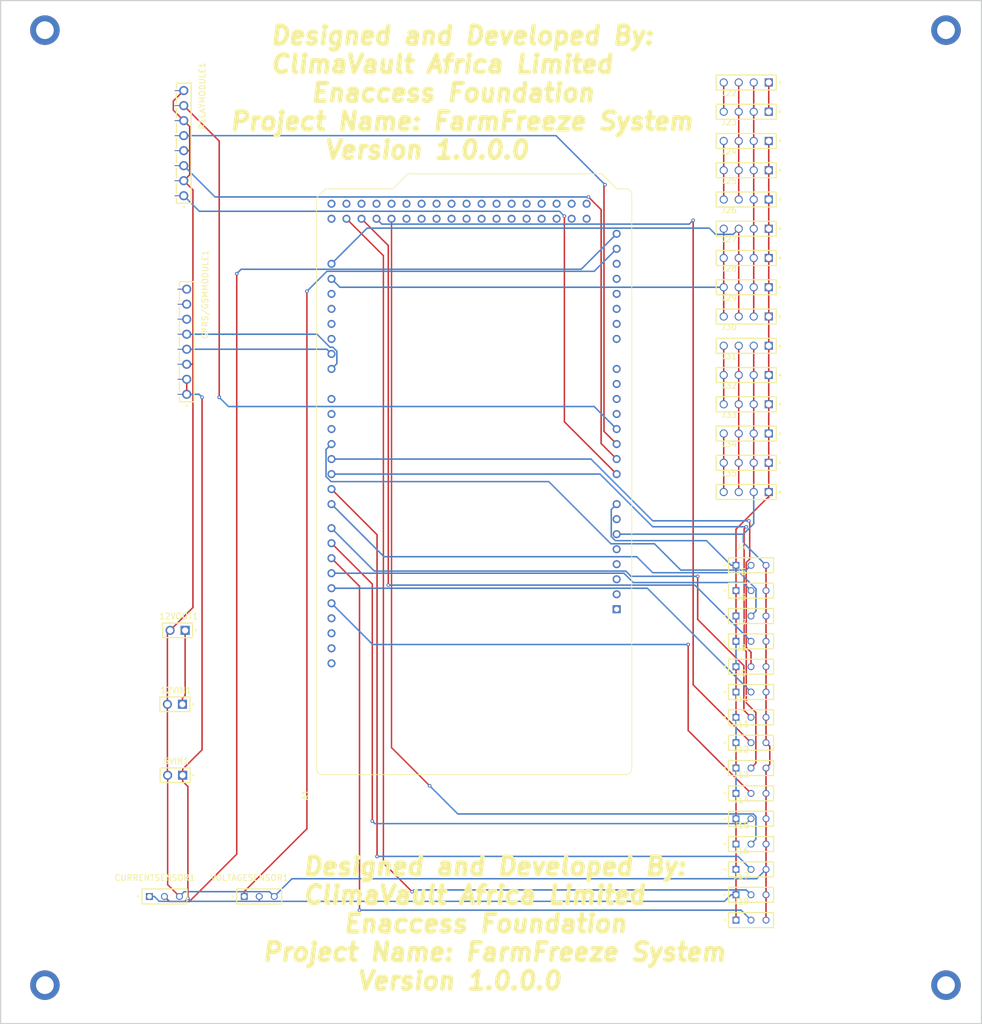
<source format=kicad_pcb>
(kicad_pcb (version 20241229) (generator "pcbnew") (generator_version "9.0")
  (layers (0 "F.Cu" signal) (2 "B.Cu" signal) (13 "F.Paste" user) (15 "B.Paste" user) (5 "F.SilkS" user "F.Silkscreen") (7 "B.SilkS" user "B.Silkscreen") (1 "F.Mask" user) (3 "B.Mask" user) (25 "Edge.Cuts" user))
  (property "SHEETTOTAL" "1")
  (net 0 "")
  (net 22 "Earth")
  (net 24 "+5V")
  (net 27 "+12V")
  (net 31 "/A1")
  (net 32 "Net-(A1-Pad20)")
  (net 35 "/A14")
  (net 39 "Net-(A1-Pad21)")
  (net 43 "Net-(A1-Pad14)")
  (net 46 "/A3")
  (net 49 "/A15")
  (net 54 "/A0")
  (net 70 "/A2")
  (net 72 "Net-(A1-Pad15)")
  (net 76 "/PIN 3")
  (net 77 "/PIN 11")
  (net 78 "/PIN 7")
  (net 79 "/PIN 15")
  (net 80 "/PIN 4")
  (net 81 "/PIN 12")
  (net 82 "/PIN 8")
  (net 83 "/PIN 16")
  (net 84 "/PIN 5")
  (net 85 "/PIN 13")
  (net 86 "/PIN 9")
  (net 87 "/PIN 17")
  (net 88 "/PIN 6")
  (net 89 "/PIN 14")
  (net 90 "/PIN 10")
  (footprint "MTSW-104-08-G-S-335:SAMTEC_MTSW-104-08-G-S-335" (layer "F.Cu") (at 143.19 33.2957)
    (property "Reference" "J22")
    (property "Value" "MTSW-104-08-G-S-335")
  )
  (footprint "MTLW-108-05-G-S-265:SAMTEC_MTLW-108-05-G-S-265" (layer "F.Cu") (at 48.5 72.19 -90)
    (property "Reference" "GPRS/GSMMODULE1")
    (property "Value" "MTLW-108-05-G-S-265")
  )
  (footprint "MTSW-104-08-G-S-335:SAMTEC_MTSW-104-08-G-S-335" (layer "F.Cu") (at 143.19 67.9257)
    (property "Reference" "J29")
    (property "Value" "MTSW-104-08-G-S-335")
  )
  (footprint "TS-103-T-A-1:SAMTEC_TS-103-T-A-1" (layer "F.Cu") (at 144 144.2857)
    (property "Reference" "J12")
    (property "Value" "TS-103-T-A-1")
  )
  (footprint "MTSW-104-08-G-S-335:SAMTEC_MTSW-104-08-G-S-335" (layer "F.Cu") (at 143.19 43.19)
    (property "Reference" "J24")
    (property "Value" "MTSW-104-08-G-S-335")
  )
  (footprint "MTSW-104-08-G-S-335:SAMTEC_MTSW-104-08-G-S-335" (layer "F.Cu") (at 143.19 92.6614)
    (property "Reference" "J34")
    (property "Value" "MTSW-104-08-G-S-335")
  )
  (footprint "TS-103-T-A-1:SAMTEC_TS-103-T-A-1" (layer "F.Cu") (at 44.73 166)
    (property "Reference" "CURRENTSENSOR1")
    (property "Value" "TS-103-T-A-1")
  )
  (footprint "MTSW-104-08-G-S-335:SAMTEC_MTSW-104-08-G-S-335" (layer "F.Cu") (at 143.19 48.1371)
    (property "Reference" "J25")
    (property "Value" "MTSW-104-08-G-S-335")
  )
  (footprint "HMTSW-102-X-X-S-X:SAMTEC_HMTSW-102-X-X-S-X" (layer "F.Cu") (at 46.96 121)
    (property "Reference" "12VOUT1")
    (property "Value" "HMTSW-102-X-X-S-X")
  )
  (footprint "MTSW-104-08-G-S-335:SAMTEC_MTSW-104-08-G-S-335" (layer "F.Cu") (at 143.19 97.6086)
    (property "Reference" "J35")
    (property "Value" "MTSW-104-08-G-S-335")
  )
  (footprint "MTSW-104-08-G-S-335:SAMTEC_MTSW-104-08-G-S-335" (layer "F.Cu") (at 143.19 28.3486)
    (property "Reference" "J21" (hide yes))
    (property "Value" "MTSW-104-08-G-S-335")
  )
  (footprint "TS-103-T-A-1:SAMTEC_TS-103-T-A-1" (layer "F.Cu") (at 144 165.7143)
    (property "Reference" "J17")
    (property "Value" "TS-103-T-A-1")
  )
  (footprint "HMTSW-102-X-X-S-X:SAMTEC_HMTSW-102-X-X-S-X" (layer "F.Cu") (at 46.5 133.5)
    (property "Reference" "12VIN1")
    (property "Value" "HMTSW-102-X-X-S-X")
  )
  (footprint "MTSW-104-08-G-S-335:SAMTEC_MTSW-104-08-G-S-335" (layer "F.Cu") (at 143.19 77.82)
    (property "Reference" "J31")
    (property "Value" "MTSW-104-08-G-S-335")
  )
  (footprint "TS-103-T-A-1:SAMTEC_TS-103-T-A-1" (layer "F.Cu") (at 144 157.1429)
    (property "Reference" "J15")
    (property "Value" "TS-103-T-A-1")
  )
  (footprint "MTSW-104-08-G-S-335:SAMTEC_MTSW-104-08-G-S-335" (layer "F.Cu") (at 143.19 82.7671)
    (property "Reference" "J32")
    (property "Value" "MTSW-104-08-G-S-335")
  )
  (footprint "HMTSW-102-X-X-S-X:SAMTEC_HMTSW-102-X-X-S-X" (layer "F.Cu") (at 46.54 145.5)
    (property "Reference" "5VIN1")
    (property "Value" "HMTSW-102-X-X-S-X")
  )
  (footprint "A000067:MODULE_A000067" (layer "F.Cu") (at 97.1428 94.6016 90)
    (property "Reference" "A1")
    (property "Value" "A000067")
  )
  (footprint "TS-103-T-A-1:SAMTEC_TS-103-T-A-1" (layer "F.Cu") (at 144 161.4286)
    (property "Reference" "J16")
    (property "Value" "TS-103-T-A-1")
  )
  (footprint "MTSW-104-08-G-S-335:SAMTEC_MTSW-104-08-G-S-335" (layer "F.Cu") (at 143.19 62.9786)
    (property "Reference" "J28")
    (property "Value" "MTSW-104-08-G-S-335")
  )
  (footprint "MTSW-104-08-G-S-335:SAMTEC_MTSW-104-08-G-S-335" (layer "F.Cu") (at 143.19 87.7143)
    (property "Reference" "J33")
    (property "Value" "MTSW-104-08-G-S-335")
  )
  (footprint "TS-103-T-A-1:SAMTEC_TS-103-T-A-1" (layer "F.Cu") (at 144 135.7143)
    (property "Reference" "J10")
    (property "Value" "TS-103-T-A-1")
  )
  (footprint "TS-103-T-A-1:SAMTEC_TS-103-T-A-1" (layer "F.Cu") (at 144 127.1429)
    (property "Reference" "J8")
    (property "Value" "TS-103-T-A-1")
  )
  (footprint "MTSW-104-08-G-S-335:SAMTEC_MTSW-104-08-G-S-335" (layer "F.Cu") (at 143.19 72.8729)
    (property "Reference" "J30")
    (property "Value" "MTSW-104-08-G-S-335")
  )
  (footprint "TS-103-T-A-1:SAMTEC_TS-103-T-A-1" (layer "F.Cu") (at 144 140)
    (property "Reference" "J11")
    (property "Value" "TS-103-T-A-1")
  )
  (footprint "MTSW-104-08-G-S-335:SAMTEC_MTSW-104-08-G-S-335" (layer "F.Cu") (at 143.19 53.0843)
    (property "Reference" "J26")
    (property "Value" "MTSW-104-08-G-S-335")
  )
  (footprint "MTSW-104-08-G-S-335:SAMTEC_MTSW-104-08-G-S-335" (layer "F.Cu") (at 143.19 38.2429)
    (property "Reference" "J23")
    (property "Value" "MTSW-104-08-G-S-335")
  )
  (footprint "TS-103-T-A-1:SAMTEC_TS-103-T-A-1" (layer "F.Cu") (at 144 114.2857)
    (property "Reference" "J5")
    (property "Value" "TS-103-T-A-1")
  )
  (footprint "TS-103-T-A-1:SAMTEC_TS-103-T-A-1" (layer "F.Cu") (at 144 152.8571)
    (property "Reference" "J14")
    (property "Value" "TS-103-T-A-1")
  )
  (footprint "MTSW-104-08-G-S-335:SAMTEC_MTSW-104-08-G-S-335" (layer "F.Cu") (at 143.19 58.0314)
    (property "Reference" "J27")
    (property "Value" "MTSW-104-08-G-S-335")
  )
  (footprint "TS-103-T-A-1:SAMTEC_TS-103-T-A-1" (layer "F.Cu") (at 60.77 166)
    (property "Reference" "VOLTAGESENSOR1")
    (property "Value" "TS-103-T-A-1")
  )
  (footprint "TS-103-T-A-1:SAMTEC_TS-103-T-A-1" (layer "F.Cu") (at 144 131.4286)
    (property "Reference" "J9")
    (property "Value" "TS-103-T-A-1")
  )
  (footprint "TS-103-T-A-1:SAMTEC_TS-103-T-A-1" (layer "F.Cu") (at 144 122.8571)
    (property "Reference" "J7")
    (property "Value" "TS-103-T-A-1")
  )
  (footprint "TS-103-T-A-1:SAMTEC_TS-103-T-A-1" (layer "F.Cu") (at 144 170)
    (property "Reference" "J18")
    (property "Value" "TS-103-T-A-1")
  )
  (footprint "TS-103-T-A-1:SAMTEC_TS-103-T-A-1" (layer "F.Cu") (at 144 118.5714)
    (property "Reference" "J6")
    (property "Value" "TS-103-T-A-1")
  )
  (footprint "MTLW-108-05-G-S-265:SAMTEC_MTLW-108-05-G-S-265" (layer "F.Cu") (at 48 38.61 -90)
    (property "Reference" "RELAYMODULE1")
    (property "Value" "MTLW-108-05-G-S-265")
  )
  (footprint "TS-103-T-A-1:SAMTEC_TS-103-T-A-1" (layer "F.Cu") (at 144 148.5714)
    (property "Reference" "J13")
    (property "Value" "TS-103-T-A-1")
  )
  (footprint "TS-103-T-A-1:SAMTEC_TS-103-T-A-1" (layer "F.Cu") (at 144 110)
    (property "Reference" "J4")
    (property "Value" "TS-103-T-A-1")
  )
  (gr_line (start 17 187.5) (end 17 14.5) (stroke (width 0.2)) (layer "Edge.Cuts"))
  (gr_line (start 17 14.5) (end 183 14.5) (stroke (width 0.2)) (layer "Edge.Cuts"))
  (gr_line (start 19.5 187.5) (end 17 187.5) (stroke (width 0.2)) (layer "Edge.Cuts"))
  (gr_line (start 183 14.5) (end 183 187.5) (stroke (width 0.2)) (layer "Edge.Cuts"))
  (gr_line (start 183 187.5) (end 19.5 187.5) (stroke (width 0.2)) (layer "Edge.Cuts"))
  (gr_text "   Designed and Developed By:\n   ClimaVault Africa Limited\n      Enaccess Foundation\nProject Name: FarmFreeze System\n       Version 1.0.0.0" (at 55.5 41.5 0) (layer "F.SilkS") (effects (font (size 3 3) (thickness 0.75) (bold yes) (italic yes)) (justify left bottom)))
  (gr_text "   Designed and Developed By:\n   ClimaVault Africa Limited\n      Enaccess Foundation\nProject Name: FarmFreeze System\n       Version 1.0.0.0" (at 61 182 0) (layer "F.SilkS") (effects (font (size 3 3) (thickness 0.75) (bold yes) (italic yes)) (justify left bottom)))
  (via (at 177 19.5) (size 5) (drill 3) (layers "F.Cu" "B.Cu") (net 0))
  (via (at 24.5 19.5) (size 5) (drill 3) (layers "F.Cu" "B.Cu") (net 0))
  (via (at 177 181) (size 5) (drill 3) (layers "F.Cu" "B.Cu") (net 0))
  (via (at 24.5 181) (size 5) (drill 3) (layers "F.Cu" "B.Cu") (net 0))
  (segment (start 146.54 114.2857) (end 146.54 118.5714) (width 0.25) (layer "F.Cu") (net 22))
  (segment (start 146.54 157.1429) (end 146.54 152.8571) (width 0.25) (layer "F.Cu") (net 22))
  (segment (start 144.46 67.9257) (end 144.46 62.9786) (width 0.25) (layer "F.Cu") (net 22))
  (segment (start 48 44.96) (end 48.9989 43.9611) (width 0.25) (layer "F.Cu") (net 22))
  (segment (start 45.23 133.5) (end 45.23 121.46) (width 0.25) (layer "F.Cu") (net 22))
  (segment (start 144.46 82.7671) (end 144.46 77.82) (width 0.25) (layer "F.Cu") (net 22))
  (segment (start 48 44.96) (end 49.5498 46.5098) (width 0.25) (layer "F.Cu") (net 22))
  (segment (start 45.27 145.5) (end 45.27 164) (width 0.25) (layer "F.Cu") (net 22))
  (segment (start 144.46 87.7143) (end 144.46 92.6614) (width 0.25) (layer "F.Cu") (net 22))
  (segment (start 49.5498 46.5098) (end 49.5498 76) (width 0.25) (layer "F.Cu") (net 22))
  (segment (start 146.54 137.8571) (end 146.54 140) (width 0.25) (layer "F.Cu") (net 22))
  (segment (start 146.54 118.5714) (end 146.54 122.8571) (width 0.25) (layer "F.Cu") (net 22))
  (segment (start 48.9989 39.88) (end 48 39.88) (width 0.25) (layer "F.Cu") (net 22))
  (segment (start 144.46 33.2957) (end 144.46 32.1596) (width 0.25) (layer "F.Cu") (net 22))
  (segment (start 49.5498 76) (end 49.5498 117.1402) (width 0.25) (layer "F.Cu") (net 22))
  (segment (start 48.9989 35.7989) (end 48 34.8) (width 0.25) (layer "F.Cu") (net 22))
  (segment (start 146.54 137.8571) (end 146.54 139.9734) (width 0.25) (layer "F.Cu") (net 22))
  (segment (start 144.46 48.1371) (end 144.46 43.19) (width 0.25) (layer "F.Cu") (net 22))
  (segment (start 144.46 87.7143) (end 144.46 82.7671) (width 0.25) (layer "F.Cu") (net 22))
  (segment (start 144.46 32.1596) (end 144.46 28.3486) (width 0.25) (layer "F.Cu") (net 22))
  (segment (start 147.1778 143.6479) (end 146.54 144.2857) (width 0.25) (layer "F.Cu") (net 22))
  (segment (start 45.27 164) (end 47.27 166) (width 0.25) (layer "F.Cu") (net 22))
  (segment (start 144.46 32.1596) (end 144.46 38.2429) (width 0.25) (layer "F.Cu") (net 22))
  (segment (start 45.23 145.46) (end 45.23 133.5) (width 0.25) (layer "F.Cu") (net 22))
  (segment (start 146.54 135.7143) (end 146.54 137.8571) (width 0.25) (layer "F.Cu") (net 22))
  (segment (start 144.46 58.0314) (end 144.46 62.9786) (width 0.25) (layer "F.Cu") (net 22))
  (segment (start 146.54 139.9734) (end 147.1778 140.6112) (width 0.25) (layer "F.Cu") (net 22))
  (segment (start 144.46 97.6086) (end 144.46 92.6614) (width 0.25) (layer "F.Cu") (net 22))
  (segment (start 144.46 72.8729) (end 144.46 77.82) (width 0.25) (layer "F.Cu") (net 22))
  (segment (start 46.233 33.033) (end 46.233 31.487) (width 0.25) (layer "F.Cu") (net 22))
  (segment (start 48.9989 39.88) (end 48.9989 35.7989) (width 0.25) (layer "F.Cu") (net 22))
  (segment (start 144.46 38.2429) (end 144.46 43.19) (width 0.25) (layer "F.Cu") (net 22))
  (segment (start 146.54 127.1429) (end 146.54 131.4286) (width 0.25) (layer "F.Cu") (net 22))
  (segment (start 48.9989 43.9611) (end 48.9989 39.88) (width 0.25) (layer "F.Cu") (net 22))
  (segment (start 144.46 48.1371) (end 144.46 53.0843) (width 0.25) (layer "F.Cu") (net 22))
  (segment (start 49.5498 76) (end 48.5 76) (width 0.25) (layer "F.Cu") (net 22))
  (segment (start 45.27 145.5) (end 45.23 145.46) (width 0.25) (layer "F.Cu") (net 22))
  (segment (start 146.54 114.2857) (end 146.54 110) (width 0.25) (layer "F.Cu") (net 22))
  (segment (start 146.54 135.7143) (end 146.54 131.4286) (width 0.25) (layer "F.Cu") (net 22))
  (segment (start 146.54 157.1429) (end 146.54 161.4286) (width 0.25) (layer "F.Cu") (net 22))
  (segment (start 49.5498 117.1402) (end 45.69 121) (width 0.25) (layer "F.Cu") (net 22))
  (segment (start 144.46 53.0843) (end 144.46 58.0314) (width 0.25) (layer "F.Cu") (net 22))
  (segment (start 146.54 144.2857) (end 146.54 148.5714) (width 0.25) (layer "F.Cu") (net 22))
  (segment (start 46.233 31.487) (end 48 29.72) (width 0.25) (layer "F.Cu") (net 22))
  (segment (start 146.54 122.8571) (end 146.54 127.1429) (width 0.25) (layer "F.Cu") (net 22))
  (segment (start 45.23 121.46) (end 45.69 121) (width 0.25) (layer "F.Cu") (net 22))
  (segment (start 146.54 170) (end 146.54 165.7143) (width 0.25) (layer "F.Cu") (net 22))
  (segment (start 146.54 161.4286) (end 146.54 165.7143) (width 0.25) (layer "F.Cu") (net 22))
  (segment (start 147.1778 140.6112) (end 147.1778 143.6479) (width 0.25) (layer "F.Cu") (net 22))
  (segment (start 146.54 152.8571) (end 146.54 148.5714) (width 0.25) (layer "F.Cu") (net 22))
  (segment (start 48 34.8) (end 46.233 33.033) (width 0.25) (layer "F.Cu") (net 22))
  (segment (start 141.3277 104.736) (end 142.6969 104.736) (width 0.25) (layer "B.Cu") (net 22))
  (segment (start 66.3072 163.0028) (end 144.9658 163.0028) (width 0.25) (layer "B.Cu") (net 22))
  (segment (start 141.276 104.736) (end 141.3277 104.736) (width 0.25) (layer "B.Cu") (net 22))
  (segment (start 48.0781 165.1919) (end 47.27 166) (width 0.25) (layer "B.Cu") (net 22))
  (segment (start 63.31 166) (end 62.5019 165.1919) (width 0.25) (layer "B.Cu") (net 22))
  (segment (start 62.5019 165.1919) (end 48.0781 165.1919) (width 0.25) (layer "B.Cu") (net 22))
  (segment (start 144.46 102.9729) (end 144.46 97.6086) (width 0.25) (layer "B.Cu") (net 22))
  (segment (start 142.6969 106.1569) (end 146.54 110) (width 0.25) (layer "B.Cu") (net 22))
  (segment (start 142.6969 104.736) (end 142.6969 106.1569) (width 0.25) (layer "B.Cu") (net 22))
  (segment (start 144.9658 163.0028) (end 146.54 161.4286) (width 0.25) (layer "B.Cu") (net 22))
  (segment (start 142.6969 104.736) (end 144.46 102.9729) (width 0.25) (layer "B.Cu") (net 22))
  (segment (start 63.31 166) (end 66.3072 163.0028) (width 0.25) (layer "B.Cu") (net 22))
  (segment (start 121.26 104.736) (end 141.276 104.736) (width 0.25) (layer "B.Cu") (net 22))
  (segment (start 147 82.7671) (end 147 77.82) (width 0.25) (layer "F.Cu") (net 24))
  (segment (start 147 72.8729) (end 147 77.82) (width 0.25) (layer "F.Cu") (net 24))
  (segment (start 141.46 103.8996) (end 141.46 110) (width 0.25) (layer "F.Cu") (net 24))
  (segment (start 141.46 135.7143) (end 141.46 131.4286) (width 0.25) (layer "F.Cu") (net 24))
  (segment (start 47.81 145.5) (end 47.81 144.485) (width 0.25) (layer "F.Cu") (net 24))
  (segment (start 48.5 78.54) (end 48.5 81.08) (width 0.25) (layer "F.Cu") (net 24))
  (segment (start 147 38.2429) (end 147 43.19) (width 0.25) (layer "F.Cu") (net 24))
  (segment (start 141.46 157.1429) (end 141.46 161.4286) (width 0.25) (layer "F.Cu") (net 24))
  (segment (start 147 48.1371) (end 147 43.19) (width 0.25) (layer "F.Cu") (net 24))
  (segment (start 147 62.9786) (end 147 58.0314) (width 0.25) (layer "F.Cu") (net 24))
  (segment (start 147 97.6086) (end 147 98.5436) (width 0.25) (layer "F.Cu") (net 24))
  (segment (start 147 87.7143) (end 147 82.7671) (width 0.25) (layer "F.Cu") (net 24))
  (segment (start 141.46 127.1429) (end 141.46 131.4286) (width 0.25) (layer "F.Cu") (net 24))
  (segment (start 51.0948 141.2002) (end 47.81 144.485) (width 0.25) (layer "F.Cu") (net 24))
  (segment (start 146.816 98.5436) (end 141.46 103.8996) (width 0.25) (layer "F.Cu") (net 24))
  (segment (start 48.6976 166.322) (end 48.6976 147.4026) (width 0.25) (layer "F.Cu") (net 24))
  (segment (start 48.6976 147.4026) (end 47.81 146.515) (width 0.25) (layer "F.Cu") (net 24))
  (segment (start 141.46 118.5714) (end 141.46 122.8571) (width 0.25) (layer "F.Cu") (net 24))
  (segment (start 147 98.5436) (end 146.816 98.5436) (width 0.25) (layer "F.Cu") (net 24))
  (segment (start 147 67.9257) (end 147 72.8729) (width 0.25) (layer "F.Cu") (net 24))
  (segment (start 141.46 152.8571) (end 141.46 148.5714) (width 0.25) (layer "F.Cu") (net 24))
  (segment (start 147 48.1371) (end 147 53.0843) (width 0.25) (layer "F.Cu") (net 24))
  (segment (start 141.46 114.2857) (end 141.46 110) (width 0.25) (layer "F.Cu") (net 24))
  (segment (start 141.46 157.1429) (end 141.46 152.8571) (width 0.25) (layer "F.Cu") (net 24))
  (segment (start 147 87.7143) (end 147 92.6614) (width 0.25) (layer "F.Cu") (net 24))
  (segment (start 141.46 165.7143) (end 141.46 161.4286) (width 0.25) (layer "F.Cu") (net 24))
  (segment (start 47.81 145.5) (end 47.81 146.515) (width 0.25) (layer "F.Cu") (net 24))
  (segment (start 147 67.9257) (end 147 62.9786) (width 0.25) (layer "F.Cu") (net 24))
  (segment (start 147 97.6086) (end 147 92.6614) (width 0.25) (layer "F.Cu") (net 24))
  (segment (start 141.46 165.7143) (end 141.46 170) (width 0.25) (layer "F.Cu") (net 24))
  (segment (start 51.0948 81.5863) (end 51.0948 141.2002) (width 0.25) (layer "F.Cu") (net 24))
  (segment (start 141.46 144.2857) (end 141.46 140) (width 0.25) (layer "F.Cu") (net 24))
  (segment (start 147 28.3486) (end 147 33.2957) (width 0.25) (layer "F.Cu") (net 24))
  (segment (start 141.46 118.5714) (end 141.46 114.2857) (width 0.25) (layer "F.Cu") (net 24))
  (segment (start 147 58.0314) (end 147 53.0843) (width 0.25) (layer "F.Cu") (net 24))
  (via (at 48.6976 166.322) (size 0.6) (drill 0.3) (layers "F.Cu" "B.Cu") (net 24))
  (via (at 51.0948 81.5863) (size 0.6) (drill 0.3) (layers "F.Cu" "B.Cu") (net 24))
  (segment (start 60.77 166.8314) (end 139.5115 166.8314) (width 0.25) (layer "B.Cu") (net 24))
  (segment (start 136.4596 105.831) (end 140.6286 110) (width 0.25) (layer "B.Cu") (net 24))
  (segment (start 50.5885 81.08) (end 51.0948 81.5863) (width 0.25) (layer "B.Cu") (net 24))
  (segment (start 48.5 81.08) (end 50.5885 81.08) (width 0.25) (layer "B.Cu") (net 24))
  (segment (start 141.46 122.8571) (end 141.46 127.1429) (width 0.25) (layer "B.Cu") (net 24))
  (segment (start 60.77 166) (end 60.77 166.8314) (width 0.25) (layer "B.Cu") (net 24))
  (segment (start 43.8528 166.8314) (end 43.0214 166) (width 0.25) (layer "B.Cu") (net 24))
  (segment (start 139.5115 166.8314) (end 140.6286 165.7143) (width 0.25) (layer "B.Cu") (net 24))
  (segment (start 120.3534 100.5626) (end 120.3534 105.1345) (width 0.25) (layer "B.Cu") (net 24))
  (segment (start 141.46 165.7143) (end 140.6286 165.7143) (width 0.25) (layer "B.Cu") (net 24))
  (segment (start 42.19 166) (end 43.0214 166) (width 0.25) (layer "B.Cu") (net 24))
  (segment (start 48.6976 166.322) (end 49.207 166.8314) (width 0.25) (layer "B.Cu") (net 24))
  (segment (start 48.6976 166.322) (end 48.1882 166.8314) (width 0.25) (layer "B.Cu") (net 24))
  (segment (start 141.46 110) (end 140.6286 110) (width 0.25) (layer "B.Cu") (net 24))
  (segment (start 141.46 144.2857) (end 141.46 148.5714) (width 0.25) (layer "B.Cu") (net 24))
  (segment (start 120.3534 105.1345) (end 121.0499 105.831) (width 0.25) (layer "B.Cu") (net 24))
  (segment (start 49.207 166.8314) (end 60.77 166.8314) (width 0.25) (layer "B.Cu") (net 24))
  (segment (start 48.1882 166.8314) (end 43.8528 166.8314) (width 0.25) (layer "B.Cu") (net 24))
  (segment (start 141.46 135.7143) (end 141.46 140) (width 0.25) (layer "B.Cu") (net 24))
  (segment (start 121.0499 105.831) (end 136.4596 105.831) (width 0.25) (layer "B.Cu") (net 24))
  (segment (start 121.26 99.656) (end 120.3534 100.5626) (width 0.25) (layer "B.Cu") (net 24))
  (segment (start 47.77 132.485) (end 48.23 132.025) (width 0.25) (layer "F.Cu") (net 27))
  (segment (start 48.23 132.025) (end 48.23 121) (width 0.25) (layer "F.Cu") (net 27))
  (segment (start 47.77 133.5) (end 47.77 132.485) (width 0.25) (layer "F.Cu") (net 27))
  (segment (start 118.6367 49.8547) (end 116.4924 47.7104) (width 0.25) (layer "F.Cu") (net 31))
  (segment (start 121.26 92.036) (end 118.6367 89.4127) (width 0.25) (layer "F.Cu") (net 31))
  (segment (start 118.6367 89.4127) (end 118.6367 49.8547) (width 0.25) (layer "F.Cu") (net 31))
  (via (at 116.4924 47.7104) (size 0.6) (drill 0.3) (layers "F.Cu" "B.Cu") (net 31))
  (segment (start 53.2904 47.7104) (end 116.4924 47.7104) (width 0.25) (layer "B.Cu") (net 31))
  (segment (start 48 42.42) (end 53.2904 47.7104) (width 0.25) (layer "B.Cu") (net 31))
  (segment (start 139.38 43.19) (end 139.38 38.2429) (width 0.25) (layer "F.Cu") (net 32))
  (segment (start 139.38 62.9786) (end 139.38 58.0314) (width 0.25) (layer "F.Cu") (net 32))
  (segment (start 139.38 92.6614) (end 139.38 87.7143) (width 0.25) (layer "F.Cu") (net 32))
  (segment (start 139.38 97.6086) (end 139.38 92.6614) (width 0.25) (layer "F.Cu") (net 32))
  (segment (start 139.38 72.8729) (end 139.38 77.82) (width 0.25) (layer "F.Cu") (net 32))
  (segment (start 139.38 33.2957) (end 139.38 28.3486) (width 0.25) (layer "F.Cu") (net 32))
  (segment (start 139.38 48.1371) (end 139.38 43.19) (width 0.25) (layer "F.Cu") (net 32))
  (segment (start 139.38 82.7671) (end 139.38 77.82) (width 0.25) (layer "F.Cu") (net 32))
  (segment (start 139.38 62.9786) (end 139.38 67.9257) (width 0.25) (layer "F.Cu") (net 32))
  (segment (start 139.38 58.0314) (end 139.38 53.0843) (width 0.25) (layer "F.Cu") (net 32))
  (segment (start 73 61.556) (end 74.4226 62.9786) (width 0.25) (layer "B.Cu") (net 32))
  (segment (start 74.4226 62.9786) (end 139.38 62.9786) (width 0.25) (layer "B.Cu") (net 32))
  (segment (start 68.8383 63.6685) (end 68.8383 154.5603) (width 0.25) (layer "F.Cu") (net 35))
  (segment (start 58.23 166) (end 58.23 165.1686) (width 0.25) (layer "F.Cu") (net 35))
  (segment (start 68.8383 154.5603) (end 58.23 165.1686) (width 0.25) (layer "F.Cu") (net 35))
  (via (at 68.8383 63.6685) (size 0.6) (drill 0.3) (layers "F.Cu" "B.Cu") (net 35))
  (segment (start 117.4485 60.2875) (end 121.26 56.476) (width 0.25) (layer "B.Cu") (net 35))
  (segment (start 72.2193 60.2875) (end 117.4485 60.2875) (width 0.25) (layer "B.Cu") (net 35))
  (segment (start 68.8383 63.6685) (end 72.2193 60.2875) (width 0.25) (layer "B.Cu") (net 35))
  (segment (start 141.92 53.0843) (end 141.92 58.0314) (width 0.25) (layer "F.Cu") (net 39))
  (segment (start 141.92 38.2429) (end 141.92 43.19) (width 0.25) (layer "F.Cu") (net 39))
  (segment (start 141.92 48.1371) (end 141.92 43.19) (width 0.25) (layer "F.Cu") (net 39))
  (segment (start 141.92 33.2957) (end 141.92 28.3486) (width 0.25) (layer "F.Cu") (net 39))
  (segment (start 141.92 97.6086) (end 141.92 92.6614) (width 0.25) (layer "F.Cu") (net 39))
  (segment (start 141.92 82.7671) (end 141.92 77.82) (width 0.25) (layer "F.Cu") (net 39))
  (segment (start 141.92 67.9257) (end 141.92 62.9786) (width 0.25) (layer "F.Cu") (net 39))
  (segment (start 141.92 62.9786) (end 141.92 58.0314) (width 0.25) (layer "F.Cu") (net 39))
  (segment (start 141.92 87.7143) (end 141.92 92.6614) (width 0.25) (layer "F.Cu") (net 39))
  (segment (start 141.92 33.2957) (end 141.92 38.2429) (width 0.25) (layer "F.Cu") (net 39))
  (segment (start 141.92 87.7143) (end 141.92 82.7671) (width 0.25) (layer "F.Cu") (net 39))
  (segment (start 141.92 77.82) (end 141.92 72.8729) (width 0.25) (layer "F.Cu") (net 39))
  (segment (start 79.0363 52.9797) (end 136.9448 52.9797) (width 0.25) (layer "B.Cu") (net 39))
  (segment (start 73 59.016) (end 79.0363 52.9797) (width 0.25) (layer "B.Cu") (net 39))
  (segment (start 140.9769 54.0274) (end 141.92 53.0843) (width 0.25) (layer "B.Cu") (net 39))
  (segment (start 136.9448 52.9797) (end 137.9925 54.0274) (width 0.25) (layer "B.Cu") (net 39))
  (segment (start 137.9925 54.0274) (end 140.9769 54.0274) (width 0.25) (layer "B.Cu") (net 39))
  (segment (start 73.9115 75.8845) (end 73.9115 73.7987) (width 0.25) (layer "B.Cu") (net 43))
  (segment (start 72.7363 73.1103) (end 70.546 70.92) (width 0.25) (layer "B.Cu") (net 43))
  (segment (start 73.2231 73.1103) (end 72.7363 73.1103) (width 0.25) (layer "B.Cu") (net 43))
  (segment (start 73 76.796) (end 73.9115 75.8845) (width 0.25) (layer "B.Cu") (net 43))
  (segment (start 73.9115 73.7987) (end 73.2231 73.1103) (width 0.25) (layer "B.Cu") (net 43))
  (segment (start 70.546 70.92) (end 48.5 70.92) (width 0.25) (layer "B.Cu") (net 43))
  (segment (start 53.9988 38.2588) (end 53.9988 81.5863) (width 0.25) (layer "F.Cu") (net 46))
  (segment (start 48 32.26) (end 53.9988 38.2588) (width 0.25) (layer "F.Cu") (net 46))
  (via (at 53.9988 81.5863) (size 0.6) (drill 0.3) (layers "F.Cu" "B.Cu") (net 46))
  (segment (start 53.9988 81.5863) (end 55.5585 83.146) (width 0.25) (layer "B.Cu") (net 46))
  (segment (start 55.5585 83.146) (end 117.45 83.146) (width 0.25) (layer "B.Cu") (net 46))
  (segment (start 117.45 83.146) (end 121.26 86.956) (width 0.25) (layer "B.Cu") (net 46))
  (segment (start 44.73 166) (end 45.5818 166.8518) (width 0.25) (layer "F.Cu") (net 49))
  (segment (start 56.9667 158.8456) (end 56.9667 60.6822) (width 0.25) (layer "F.Cu") (net 49))
  (segment (start 48.9605 166.8518) (end 56.9667 158.8456) (width 0.25) (layer "F.Cu") (net 49))
  (segment (start 45.5818 166.8518) (end 48.9605 166.8518) (width 0.25) (layer "F.Cu") (net 49))
  (via (at 56.9667 60.6822) (size 0.6) (drill 0.3) (layers "F.Cu" "B.Cu") (net 49))
  (segment (start 115.2602 59.9358) (end 121.26 53.936) (width 0.25) (layer "B.Cu") (net 49))
  (segment (start 56.9667 60.6822) (end 57.7131 59.9358) (width 0.25) (layer "B.Cu") (net 49))
  (segment (start 57.7131 59.9358) (end 115.2602 59.9358) (width 0.25) (layer "B.Cu") (net 49))
  (segment (start 112.4169 85.7329) (end 112.4169 50.9537) (width 0.25) (layer "F.Cu") (net 54))
  (segment (start 121.26 94.576) (end 112.4169 85.7329) (width 0.25) (layer "F.Cu") (net 54))
  (via (at 112.4169 50.9537) (size 0.6) (drill 0.3) (layers "F.Cu" "B.Cu") (net 54))
  (segment (start 50.626 50.126) (end 48 47.5) (width 0.25) (layer "B.Cu") (net 54))
  (segment (start 111.5892 50.126) (end 50.626 50.126) (width 0.25) (layer "B.Cu") (net 54))
  (segment (start 112.4169 50.9537) (end 111.5892 50.126) (width 0.25) (layer "B.Cu") (net 54))
  (segment (start 121.26 89.496) (end 119.1205 87.3565) (width 0.25) (layer "F.Cu") (net 70))
  (segment (start 119.1205 45.8039) (end 119.2926 45.6318) (width 0.25) (layer "F.Cu") (net 70))
  (segment (start 119.1205 87.3565) (end 119.1205 45.8039) (width 0.25) (layer "F.Cu") (net 70))
  (via (at 119.2926 45.6318) (size 0.6) (drill 0.3) (layers "F.Cu" "B.Cu") (net 70))
  (segment (start 119.2926 45.6318) (end 111.0008 37.34) (width 0.25) (layer "B.Cu") (net 70))
  (segment (start 111.0008 37.34) (end 48 37.34) (width 0.25) (layer "B.Cu") (net 70))
  (segment (start 72.204 73.46) (end 73 74.256) (width 0.25) (layer "B.Cu") (net 72))
  (segment (start 48.5 73.46) (end 72.204 73.46) (width 0.25) (layer "B.Cu") (net 72))
  (segment (start 73 89.496) (end 72.0786 90.4174) (width 0.25) (layer "B.Cu") (net 76))
  (segment (start 72.0786 94.9919) (end 72.9327 95.846) (width 0.25) (layer "B.Cu") (net 76))
  (segment (start 72.9327 95.846) (end 109.7727 95.846) (width 0.25) (layer "B.Cu") (net 76))
  (segment (start 120.2844 106.3577) (end 127.6563 106.3577) (width 0.25) (layer "B.Cu") (net 76))
  (segment (start 72.0786 90.4174) (end 72.0786 94.9919) (width 0.25) (layer "B.Cu") (net 76))
  (segment (start 132.1067 110.8081) (end 143.1919 110.8081) (width 0.25) (layer "B.Cu") (net 76))
  (segment (start 109.7727 95.846) (end 120.2844 106.3577) (width 0.25) (layer "B.Cu") (net 76))
  (segment (start 143.1919 110.8081) (end 144 110) (width 0.25) (layer "B.Cu") (net 76))
  (segment (start 127.6563 106.3577) (end 132.1067 110.8081) (width 0.25) (layer "B.Cu") (net 76))
  (segment (start 124.0678 112.9157) (end 142.63 112.9157) (width 0.25) (layer "B.Cu") (net 77))
  (segment (start 142.63 112.9157) (end 144 114.2857) (width 0.25) (layer "B.Cu") (net 77))
  (segment (start 122.4921 111.34) (end 124.0678 112.9157) (width 0.25) (layer "B.Cu") (net 77))
  (segment (start 73 111.34) (end 122.4921 111.34) (width 0.25) (layer "B.Cu") (net 77))
  (segment (start 142.1045 111.2467) (end 127.3624 111.2467) (width 0.25) (layer "B.Cu") (net 78))
  (segment (start 81.89 108.546) (end 73 99.656) (width 0.25) (layer "B.Cu") (net 78))
  (segment (start 144 118.5714) (end 144.8376 117.7338) (width 0.25) (layer "B.Cu") (net 78))
  (segment (start 144.8376 117.7338) (end 144.8376 113.9798) (width 0.25) (layer "B.Cu") (net 78))
  (segment (start 127.3624 111.2467) (end 124.6617 108.546) (width 0.25) (layer "B.Cu") (net 78))
  (segment (start 144.8376 113.9798) (end 142.1045 111.2467) (width 0.25) (layer "B.Cu") (net 78))
  (segment (start 124.6617 108.546) (end 81.89 108.546) (width 0.25) (layer "B.Cu") (net 78))
  (segment (start 82.6144 113.3487) (end 82.6144 55.9304) (width 0.25) (layer "F.Cu") (net 79))
  (segment (start 82.6144 55.9304) (end 78.08 51.396) (width 0.25) (layer "F.Cu") (net 79))
  (via (at 82.6144 113.3487) (size 0.6) (drill 0.3) (layers "F.Cu" "B.Cu") (net 79))
  (segment (start 82.6144 113.3487) (end 134.4916 113.3487) (width 0.25) (layer "B.Cu") (net 79))
  (segment (start 134.4916 113.3487) (end 144 122.8571) (width 0.25) (layer "B.Cu") (net 79))
  (segment (start 143.7797 102.4757) (end 143.6287 102.4757) (width 0.25) (layer "F.Cu") (net 80))
  (segment (start 143.7797 108.953) (end 143.7797 102.6267) (width 0.25) (layer "F.Cu") (net 80))
  (segment (start 143.1891 123.8887) (end 143.1891 109.5436) (width 0.25) (layer "F.Cu") (net 80))
  (segment (start 144 127.1429) (end 144 124.6996) (width 0.25) (layer "F.Cu") (net 80))
  (segment (start 144 124.6996) (end 143.1891 123.8887) (width 0.25) (layer "F.Cu") (net 80))
  (segment (start 143.7797 102.6267) (end 143.6287 102.4757) (width 0.25) (layer "F.Cu") (net 80))
  (segment (start 143.6287 102.4757) (end 143.7797 102.4757) (width 0.25) (layer "F.Cu") (net 80))
  (segment (start 143.1891 109.5436) (end 143.7797 108.953) (width 0.25) (layer "F.Cu") (net 80))
  (via (at 143.6287 102.4757) (size 0.6) (drill 0.3) (layers "F.Cu" "B.Cu") (net 80))
  (segment (start 116.921 92.036) (end 73 92.036) (width 0.25) (layer "B.Cu") (net 80))
  (segment (start 143.6287 102.4757) (end 127.3607 102.4757) (width 0.25) (layer "B.Cu") (net 80))
  (segment (start 143.6287 102.4757) (end 143.7797 102.4757) (width 0.25) (layer "B.Cu") (net 80))
  (segment (start 143.7797 102.4757) (end 143.6287 102.4757) (width 0.25) (layer "B.Cu") (net 80))
  (segment (start 127.3607 102.4757) (end 116.921 92.036) (width 0.25) (layer "B.Cu") (net 80))
  (segment (start 126.4514 113.88) (end 144 131.4286) (width 0.25) (layer "B.Cu") (net 81))
  (segment (start 73 113.88) (end 126.4514 113.88) (width 0.25) (layer "B.Cu") (net 81))
  (segment (start 134.9755 111.8604) (end 134.9755 119.1512) (width 0.25) (layer "F.Cu") (net 82))
  (segment (start 142.7983 126.974) (end 142.7983 134.5126) (width 0.25) (layer "F.Cu") (net 82))
  (segment (start 142.7983 134.5126) (end 144 135.7143) (width 0.25) (layer "F.Cu") (net 82))
  (segment (start 134.9755 119.1512) (end 142.7983 126.974) (width 0.25) (layer "F.Cu") (net 82))
  (via (at 134.9755 111.8604) (size 0.6) (drill 0.3) (layers "F.Cu" "B.Cu") (net 82))
  (segment (start 134.9755 111.8604) (end 123.6851 111.8604) (width 0.25) (layer "B.Cu") (net 82))
  (segment (start 123.6851 111.8604) (end 122.8036 110.9789) (width 0.25) (layer "B.Cu") (net 82))
  (segment (start 122.8036 110.9789) (end 80.2589 110.9789) (width 0.25) (layer "B.Cu") (net 82))
  (segment (start 80.2589 110.9789) (end 73 103.72) (width 0.25) (layer "B.Cu") (net 82))
  (segment (start 134.21 130.21) (end 134.21 51.6454) (width 0.25) (layer "F.Cu") (net 83))
  (segment (start 144 140) (end 134.21 130.21) (width 0.25) (layer "F.Cu") (net 83))
  (via (at 134.21 51.6454) (size 0.6) (drill 0.3) (layers "F.Cu" "B.Cu") (net 83))
  (segment (start 81.5257 52.3017) (end 80.62 51.396) (width 0.25) (layer "B.Cu") (net 83))
  (segment (start 133.5537 52.3017) (end 81.5257 52.3017) (width 0.25) (layer "B.Cu") (net 83))
  (segment (start 134.21 51.6454) (end 133.5537 52.3017) (width 0.25) (layer "B.Cu") (net 83))
  (segment (start 144.8189 143.4668) (end 144 144.2857) (width 0.25) (layer "F.Cu") (net 84))
  (segment (start 142.8374 103.8337) (end 142.8374 124.2092) (width 0.25) (layer "F.Cu") (net 84))
  (segment (start 143.1891 103.482) (end 143.1891 103.3287) (width 0.25) (layer "F.Cu") (net 84))
  (segment (start 144.8189 134.8882) (end 144.8189 143.4668) (width 0.25) (layer "F.Cu") (net 84))
  (segment (start 142.8374 124.2092) (end 143.1891 124.5609) (width 0.25) (layer "F.Cu") (net 84))
  (segment (start 143.1891 103.3287) (end 143.1891 103.482) (width 0.25) (layer "F.Cu") (net 84))
  (segment (start 143.1891 124.5609) (end 143.1891 133.2584) (width 0.25) (layer "F.Cu") (net 84))
  (segment (start 143.1891 103.482) (end 142.8374 103.8337) (width 0.25) (layer "F.Cu") (net 84))
  (segment (start 143.1891 133.2584) (end 144.8189 134.8882) (width 0.25) (layer "F.Cu") (net 84))
  (via (at 143.1891 103.482) (size 0.6) (drill 0.3) (layers "F.Cu" "B.Cu") (net 84))
  (segment (start 127.3598 103.482) (end 143.1891 103.482) (width 0.25) (layer "B.Cu") (net 84))
  (segment (start 118.4538 94.576) (end 127.3598 103.482) (width 0.25) (layer "B.Cu") (net 84))
  (segment (start 73 94.576) (end 118.4538 94.576) (width 0.25) (layer "B.Cu") (net 84))
  (segment (start 144 148.5714) (end 133.3666 137.938) (width 0.25) (layer "F.Cu") (net 85))
  (segment (start 133.3666 137.938) (end 133.3666 123.3945) (width 0.25) (layer "F.Cu") (net 85))
  (via (at 133.3666 123.3945) (size 0.6) (drill 0.3) (layers "F.Cu" "B.Cu") (net 85))
  (segment (start 133.3666 123.3945) (end 79.9745 123.3945) (width 0.25) (layer "B.Cu") (net 85))
  (segment (start 79.9745 123.3945) (end 73 116.42) (width 0.25) (layer "B.Cu") (net 85))
  (segment (start 79.9054 113.1654) (end 73 106.26) (width 0.25) (layer "F.Cu") (net 86))
  (segment (start 79.9054 153.2575) (end 79.9054 113.1654) (width 0.25) (layer "F.Cu") (net 86))
  (via (at 79.9054 153.2575) (size 0.6) (drill 0.3) (layers "F.Cu" "B.Cu") (net 86))
  (segment (start 143.174 153.6831) (end 80.331 153.6831) (width 0.25) (layer "B.Cu") (net 86))
  (segment (start 144 152.8571) (end 143.174 153.6831) (width 0.25) (layer "B.Cu") (net 86))
  (segment (start 80.331 153.6831) (end 79.9054 153.2575) (width 0.25) (layer "B.Cu") (net 86))
  (segment (start 83.16 51.396) (end 83.16 140.8313) (width 0.25) (layer "F.Cu") (net 87))
  (segment (start 83.16 140.8313) (end 89.6136 147.2849) (width 0.25) (layer "F.Cu") (net 87))
  (via (at 89.6136 147.2849) (size 0.6) (drill 0.3) (layers "F.Cu" "B.Cu") (net 87))
  (segment (start 144.8279 156.315) (end 144.8279 152.4895) (width 0.25) (layer "B.Cu") (net 87))
  (segment (start 144.3874 152.049) (end 94.3777 152.049) (width 0.25) (layer "B.Cu") (net 87))
  (segment (start 94.3777 152.049) (end 89.6136 147.2849) (width 0.25) (layer "B.Cu") (net 87))
  (segment (start 144 157.1429) (end 144.8279 156.315) (width 0.25) (layer "B.Cu") (net 87))
  (segment (start 144.8279 152.4895) (end 144.3874 152.049) (width 0.25) (layer "B.Cu") (net 87))
  (segment (start 73 97.116) (end 80.7099 104.8259) (width 0.25) (layer "F.Cu") (net 88))
  (segment (start 80.7099 104.8259) (end 80.7099 159.2301) (width 0.25) (layer "F.Cu") (net 88))
  (via (at 80.7099 159.2301) (size 0.6) (drill 0.3) (layers "F.Cu" "B.Cu") (net 88))
  (segment (start 144 161.4286) (end 141.8015 159.2301) (width 0.25) (layer "B.Cu") (net 88))
  (segment (start 141.8015 159.2301) (end 80.7099 159.2301) (width 0.25) (layer "B.Cu") (net 88))
  (segment (start 86.6457 165.2027) (end 81.7861 160.3431) (width 0.25) (layer "F.Cu") (net 89))
  (segment (start 81.7861 57.6421) (end 75.54 51.396) (width 0.25) (layer "F.Cu") (net 89))
  (segment (start 81.7861 160.3431) (end 81.7861 57.6421) (width 0.25) (layer "F.Cu") (net 89))
  (via (at 86.6457 165.2027) (size 0.6) (drill 0.3) (layers "F.Cu" "B.Cu") (net 89))
  (segment (start 143.1919 164.9062) (end 86.9422 164.9062) (width 0.25) (layer "B.Cu") (net 89))
  (segment (start 144 165.7143) (end 143.1919 164.9062) (width 0.25) (layer "B.Cu") (net 89))
  (segment (start 86.9422 164.9062) (end 86.6457 165.2027) (width 0.25) (layer "B.Cu") (net 89))
  (segment (start 73 108.8) (end 77.742 113.542) (width 0.25) (layer "F.Cu") (net 90))
  (segment (start 77.742 113.542) (end 77.742 168.3193) (width 0.25) (layer "F.Cu") (net 90))
  (via (at 77.742 168.3193) (size 0.6) (drill 0.3) (layers "F.Cu" "B.Cu") (net 90))
  (segment (start 77.742 168.3193) (end 142.3193 168.3193) (width 0.25) (layer "B.Cu") (net 90))
  (segment (start 142.3193 168.3193) (end 144 170) (width 0.25) (layer "B.Cu") (net 90))
)
</source>
